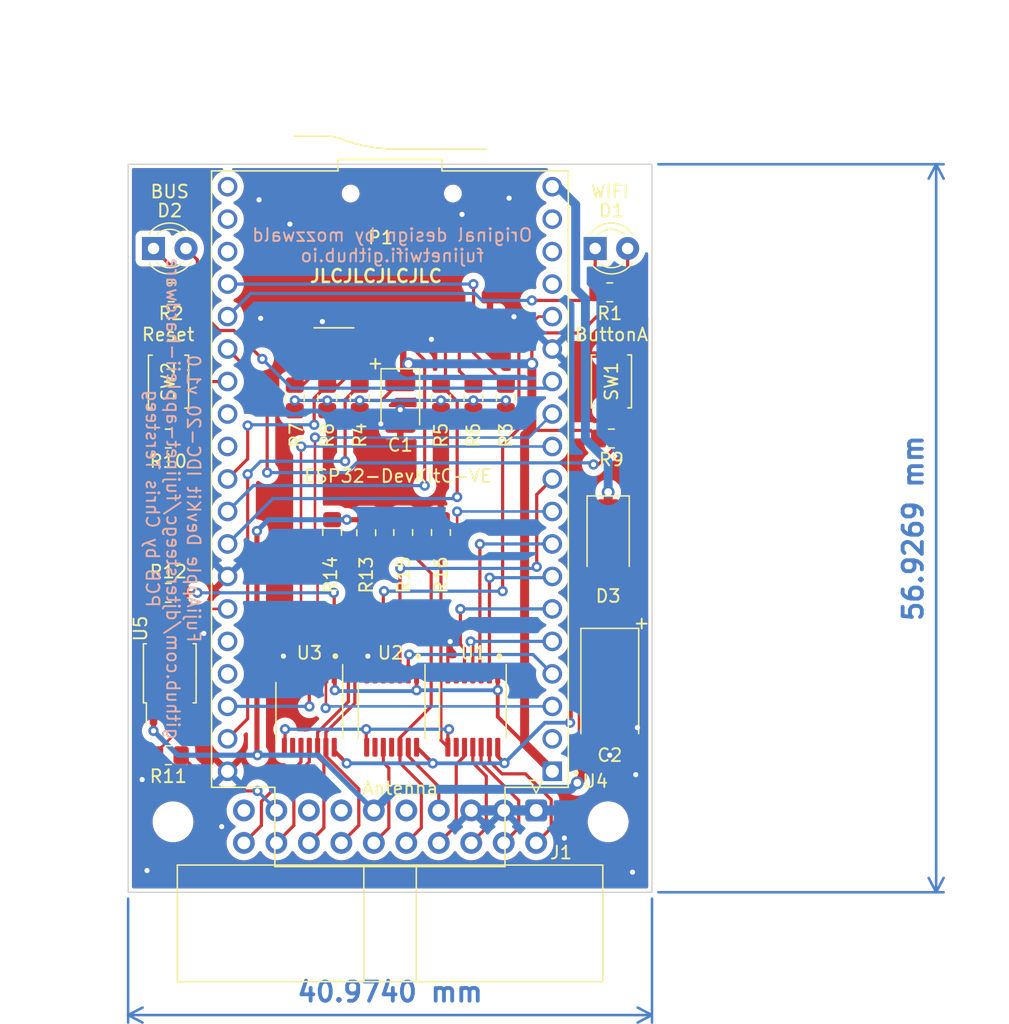
<source format=kicad_pcb>
(kicad_pcb (version 20221018) (generator pcbnew)
  (title_block (title "FujiApple DevKit IDC-20") (date "2024-01-05") (rev "1.0") (company "Chris Tersteeg"))
  (layers (0 "F.Cu" signal) (31 "B.Cu" signal) (34 "B.Paste" user) (35 "F.Paste" user) (36 "B.SilkS" user "B.Silkscreen") (37 "F.SilkS" user "F.Silkscreen") (38 "B.Mask" user) (39 "F.Mask" user) (44 "Edge.Cuts" user))
  (net 0 "")
  (net 1 "Net-(D1-K)")
  (net 2 "GND")
  (net 3 "Net-(D2-K)")
  (net 4 "Net-(P1-DAT2)")
  (net 5 "+5V")
  (net 6 "/IO5{slash}SPI_CS")
  (net 7 "/IO23{slash}SPI_MOSI")
  (net 8 "/IO12{slash}BUS_LED")
  (net 9 "/IO18{slash}SPI_CLK")
  (net 10 "/IO19{slash}SPI_MISO")
  (net 11 "+3.3V")
  (net 12 "Net-(P1-DAT1)")
  (net 13 "/A2_EN3.5")
  (net 14 "/DRIVE2")
  (net 15 "/A2_WPROT")
  (net 16 "/A2_PH0")
  (net 17 "/IO0")
  (net 18 "/A2_PH1")
  (net 19 "/A2_PH2")
  (net 20 "/A2_PH3")
  (net 21 "/A2_WREQ")
  (net 23 "/A2_HDSEL")
  (net 25 "/A2_DRIVE1")
  (net 33 "/A2_RD_DATA")
  (net 34 "/A2_WR_DATA")
  (net 35 "/IO15{slash}CD")
  (net 36 "/IO2{slash}WIFI_LED")
  (net 37 "/IO4{slash}SAFE_RESET")
  (net 38 "/IO21{slash}DRV2")
  (net 39 "/IO25{slash}BUF_EN")
  (net 40 "/IO32{slash}PH0{slash}REQ")
  (net 41 "/IO33{slash}PH1")
  (net 42 "/IO34{slash}PH2")
  (net 43 "/IO35{slash}PH3")
  (net 52 "/IO39{slash}EN3.5")
  (net 55 "/IO26{slash}WREQ")
  (net 56 "/IO13{slash}HDSEL")
  (net 57 "/IO36{slash}DRIVE1")
  (net 58 "/IO14{slash}RDDATA")
  (net 59 "/IO22{slash}WRDATA")
  (net 60 "/IO27{slash}WRPROT{slash}ACK")
  (net 61 "Net-(R11-Pad2)")
  (net 62 "/A2_5V")
  (footprint "Resistor_SMD:R_0805_2012Metric_Pad1.20x1.40mm_HandSolder" (layer "F.Cu") (at 137.43 109.22)
    (fp_text reference "R12")
    (fp_text value "10K")
  )
  (footprint "Diode_SMD:D_SMA" (layer "F.Cu") (at 171.831 105.156 -90)
    (fp_text reference "D3")
    (fp_text value "B140-E3")
  )
  (footprint "Capacitor_Tantalum_SMD:CP_EIA-3528-15_AVX-H_Pad1.50x2.35mm_HandSolder" (layer "F.Cu") (at 155.575 94.335 -90)
    (fp_text reference "C1")
    (fp_text value "47uF 10v")
  )
  (footprint "Resistor_SMD:R_0805_2012Metric_Pad1.20x1.40mm_HandSolder" (layer "F.Cu") (at 152.4 93.98 -90)
    (fp_text reference "R4")
    (fp_text value "10K")
  )
  (footprint "Resistor_SMD:R_0805_2012Metric_Pad1.20x1.40mm_HandSolder" (layer "F.Cu") (at 137.652 85.725 180)
    (fp_text reference "R2")
    (fp_text value "1.2K")
  )
  (footprint "Package_SO:TSSOP-14_4.4x5mm_P0.65mm" (layer "F.Cu") (at 148.455001 118.435001 -90)
    (fp_text reference "U3")
    (fp_text value "LSF0204DPWR")
  )
  (footprint "Resistor_SMD:R_0805_2012Metric_Pad1.20x1.40mm_HandSolder" (layer "F.Cu") (at 137.43 121.92 180)
    (fp_text reference "R11")
    (fp_text value "270R")
  )
  (footprint "Package_SO:TSSOP-14_4.4x5mm_P0.65mm" (layer "F.Cu") (at 154.895001 118.435001 -90)
    (fp_text reference "U2")
    (fp_text value "LSF0204DPWR")
  )
  (footprint "Resistor_SMD:R_0805_2012Metric_Pad1.20x1.40mm_HandSolder" (layer "F.Cu") (at 147.32 93.98 -90)
    (fp_text reference "R7")
    (fp_text value "10K")
  )
  (footprint "Resistor_SMD:R_0805_2012Metric_Pad1.20x1.40mm_HandSolder" (layer "F.Cu") (at 172.085 97.155 180)
    (fp_text reference "R9")
    (fp_text value "10K")
  )
  (footprint "Resistor_SMD:R_0805_2012Metric_Pad1.20x1.40mm_HandSolder" (layer "F.Cu") (at 158.75 93.98 -90)
    (fp_text reference "R5")
    (fp_text value "10K")
  )
  (footprint "Resistor_SMD:R_0805_2012Metric_Pad1.20x1.40mm_HandSolder" (layer "F.Cu") (at 137.43 97.155)
    (fp_text reference "R10")
    (fp_text value "10K")
  )
  (footprint "Resistor_SMD:R_0805_2012Metric_Pad1.20x1.40mm_HandSolder" (layer "F.Cu") (at 155.8 104.505 90)
    (fp_text reference "R15")
    (fp_text value "1K")
  )
  (footprint "Resistor_SMD:R_0805_2012Metric_Pad1.20x1.40mm_HandSolder" (layer "F.Cu") (at 149.86 93.98 -90)
    (fp_text reference "R8")
    (fp_text value "10K")
  )
  (footprint "ESP32-DEVKITC-32U:MODULE_ESP32-DEVKITC-32U" (layer "F.Cu") (at 154.7622 100.33 180)
    (fp_text reference "U4")
    (fp_text value "ESP32-DevKitC-VE")
  )
  (footprint "Package_SO:TSSOP-14_4.4x5mm_P0.65mm" (layer "F.Cu") (at 161.245001 118.435001 -90)
    (fp_text reference "U1")
    (fp_text value "LSF0204DPWR")
  )
  (footprint "MountingHole:MountingHole_2.7mm_M2.5" (layer "F.Cu") (at 171.831 127.127)
    (fp_text reference "H2" hide)
    (fp_text value "MountingHole")
  )
  (footprint "Resistor_SMD:R_0805_2012Metric_Pad1.20x1.40mm_HandSolder" (layer "F.Cu") (at 158.75 104.505 90)
    (fp_text reference "R16")
    (fp_text value "10K")
  )
  (footprint "Capacitor_Tantalum_SMD:CP_EIA-7343-30_AVX-N_Pad2.25x2.55mm_HandSolder" (layer "F.Cu") (at 171.958 116.586 -90)
    (fp_text reference "C2")
    (fp_text value "47uF 10v")
  )
  (footprint "Resistor_SMD:R_0805_2012Metric_Pad1.20x1.40mm_HandSolder" (layer "F.Cu") (at 152.908 104.521 90)
    (fp_text reference "R13")
    (fp_text value "1K")
  )
  (footprint "Connector_IDC:IDC-Header_2x10_P2.54mm_Horizontal" (layer "F.Cu") (at 166.203 126.238 -90)
    (fp_text reference "J1")
    (fp_text value "Conn_02x10_Odd_Even")
  )
  (footprint "MountingHole:MountingHole_2.7mm_M2.5" (layer "F.Cu") (at 137.795 127.127)
    (fp_text reference "H1" hide)
    (fp_text value "MountingHole")
  )
  (footprint "Button_Switch_SMD:SW_Push_SPST_NO_Alps_SKRK" (layer "F.Cu") (at 137.4454 92.71 90)
    (fp_text reference "SW2")
    (fp_text value "Reset")
  )
  (footprint "Resistor_SMD:R_0805_2012Metric_Pad1.20x1.40mm_HandSolder" (layer "F.Cu") (at 161.29 93.98 -90)
    (fp_text reference "R6")
    (fp_text value "10K")
  )
  (footprint "Resistor_SMD:R_0805_2012Metric_Pad1.20x1.40mm_HandSolder" (layer "F.Cu") (at 171.958 85.725 180)
    (fp_text reference "R1")
    (fp_text value "1K")
  )
  (footprint "Resistor_SMD:R_0805_2012Metric_Pad1.20x1.40mm_HandSolder" (layer "F.Cu") (at 163.83 93.98 -90)
    (fp_text reference "R3")
    (fp_text value "10K")
  )
  (footprint "Button_Switch_SMD:SW_Push_SPST_NO_Alps_SKRK" (layer "F.Cu") (at 172.085 92.6906 90)
    (fp_text reference "SW1")
    (fp_text value "ButtonA")
  )
  (footprint "Package_SO:SO-4_4.4x3.9mm_P2.54mm" (layer "F.Cu") (at 137.541 115.518 90)
    (fp_text reference "U5")
    (fp_text value "SFH690AT")
  )
  (footprint "LED_THT:LED_D3.0mm" (layer "F.Cu") (at 170.815 82.296)
    (fp_text reference "D1")
    (fp_text value "WIFI")
  )
  (footprint "ST-TF-003A:SUNTECH_ST-TF-003A" (layer "F.Cu") (at 156.0068 83.17 180)
    (fp_text reference "P1")
    (fp_text value "ST-TF-003A")
  )
  (footprint "Resistor_SMD:R_0805_2012Metric_Pad1.20x1.40mm_HandSolder" (layer "F.Cu") (at 150.241 104.505 90)
    (fp_text reference "R14")
    (fp_text value "1K")
  )
  (footprint "LED_THT:LED_D3.0mm" (layer "F.Cu") (at 136.271 82.296)
    (fp_text reference "D2")
    (fp_text value "BUS")
  )
  (gr_circle (center 163.322 114.173) (end 163.472 114.173) (stroke (width 0.15)) (fill solid) (layer "F.SilkS"))
  (gr_circle (center 156.972 114.173) (end 157.122 114.173) (stroke (width 0.15)) (fill solid) (layer "F.SilkS"))
  (gr_circle (center 150.495 114.173) (end 150.645 114.173) (stroke (width 0.15)) (fill solid) (layer "F.SilkS"))
  (gr_rect (start 134.286 75.7102) (end 175.26 132.6371) (stroke (width 0.1)) (fill none) (layer "Edge.Cuts"))
  (gr_text "FujiApple DevKit IDC-20 v1.0\ngithub.com/djtersteegc/fujinet-appleii-hardware\nPCB by Chris Tersteeg" (at 137.795 101.854 270) (layer "B.SilkS") (effects (font (size 1 1)) (justify mirror)))
  (gr_text "Original design by mozzwald\nfujinetwifi.github.io" (at 154.94 83.439) (layer "B.SilkS") (effects (font (size 1 1)) (justify bottom mirror)))
  (gr_text "+" (at 152.908 91.821) (layer "F.SilkS") (effects (font (size 1 1)) (justify left bottom)))
  (gr_text "JLCJLCJLCJLC" (at 153.67 84.455) (layer "F.SilkS") (effects (font (size 1 1) (thickness 0.2))))
  (gr_text "+" (at 173.736 112.141) (layer "F.SilkS") (effects (font (size 1 1)) (justify left bottom)))
  (gr_text "Antenna" (at 152.527 125.095) (layer "F.SilkS") (effects (font (size 1 1)) (justify left bottom)))
  (dimension (type aligned) (layer "B.Cu") (pts (xy 175.26 75.7102) (xy 175.26 132.6371)) (height -22.225) (gr_text "56.9269 mm" (at 195.685 104.17365 90) (layer "B.Cu") (effects (font (size 1.5 1.5) (thickness 0.3)))) (format (prefix "") (suffix "") (units 3) (units_format 1) (precision 4)) (style (thickness 0.2) (arrow_length 1.27) (text_position_mode 0) (extension_height 0.58642) (extension_offset 0.5) keep_text_aligned))
  (dimension (type aligned) (layer "B.Cu") (pts (xy 134.286 132.6371) (xy 175.26 132.6371)) (height 9.6029) (gr_text "40.9740 mm" (at 154.773 140.44) (layer "B.Cu") (effects (font (size 1.5 1.5) (thickness 0.3)))) (format (prefix "") (suffix "") (units 3) (units_format 1) (precision 4)) (style (thickness 0.2) (arrow_length 1.27) (text_position_mode 0) (extension_height 0.58642) (extension_offset 0.5) keep_text_aligned))
  (segment (start 170.815 83.836) (end 172.704 85.725) (width 0.25) (layer "F.Cu") (net 1))
  (segment (start 170.815 82.296) (end 170.815 83.836) (width 0.25) (layer "F.Cu") (net 1))
  (segment (start 172.704 85.725) (end 172.958 85.725) (width 0.25) (layer "F.Cu") (net 1))
  (segment (start 159.295002 113.209498) (end 159.4745 113.03) (width 0.25) (layer "F.Cu") (net 2))
  (segment (start 152.945002 114.262998) (end 153.035 114.173) (width 0.25) (layer "F.Cu") (net 2))
  (segment (start 155.575 94.904) (end 155.575 95.96) (width 0.5) (layer "F.Cu") (net 2))
  (segment (start 146.505002 115.585002) (end 146.505002 114.247002) (width 0.25) (layer "F.Cu") (net 2))
  (segment (start 152.945002 115.585002) (end 152.945002 114.262998) (width 0.25) (layer "F.Cu") (net 2))
  (segment (start 146.505002 114.247002) (end 146.431 114.173) (width 0.25) (layer "F.Cu") (net 2))
  (segment (start 159.295002 115.585002) (end 159.295002 113.209498) (width 0.25) (layer "F.Cu") (net 2))
  (segment (start 154.051 96.012) (end 155.523 96.012) (width 0.5) (layer "F.Cu") (net 2))
  (segment (start 158.003 89.4) (end 158.003 88.7162) (width 0.5) (layer "F.Cu") (net 2))
  (via (at 168.402 128.397) (size 0.8) (drill 0.4) (layers "F.Cu" "B.Cu") (net 2))
  (via (at 140.208 112.395) (size 0.8) (drill 0.4) (layers "F.Cu" "B.Cu") (net 2))
  (via (at 153.035 114.173) (size 0.8) (drill 0.4) (layers "F.Cu" "B.Cu") (net 2))
  (via (at 160.401 79.629) (size 0.8) (drill 0.4) (layers "F.Cu" "B.Cu") (net 2))
  (via (at 135.763 130.937) (size 0.8) (drill 0.4) (layers "F.Cu" "B.Cu") (net 2))
  (via (at 144.526 78.486) (size 0.8) (drill 0.4) (layers "F.Cu" "B.Cu") (net 2))
  (via (at 164.084 78.359) (size 0.8) (drill 0.4) (layers "F.Cu" "B.Cu") (net 2))
  (via (at 173.736 131.064) (size 0.8) (drill 0.4) (layers "F.Cu" "B.Cu") (net 2))
  (via (at 159.4745 113.03) (size 0.8) (drill 0.4) (layers "F.Cu" "B.Cu") (net 2))
  (via (at 158.003 89.4) (size 0.8) (drill 0.4) (layers "F.Cu" "B.Cu") (net 2))
  (via (at 144.653 87.757) (size 0.8) (drill 0.4) (layers "F.Cu" "B.Cu") (net 2))
  (via (at 171.958 121.92) (size 0.8) (drill 0.4) (layers "F.Cu" "B.Cu") (net 2))
  (via (at 164.465 87.63) (size 0.8) (drill 0.4) (layers "F.Cu" "B.Cu") (net 2))
  (via (at 141.605 127.508) (size 0.8) (drill 0.4) (layers "F.Cu" "B.Cu") (net 2))
  (via (at 174.117 119.761) (size 0.8) (drill 0.4) (layers "F.Cu" "B.Cu") (net 2))
  (via (at 146.431 114.173) (size 0.8) (drill 0.4) (layers "F.Cu" "B.Cu") (net 2))
  (via (at 149.479 88.011) (size 0.8) (drill 0.4) (layers "F.Cu" "B.Cu") (net 2))
  (via (at 146.939 80.391) (size 0.8) (drill 0.4) (layers "F.Cu" "B.Cu") (net 2))
  (via (at 154.051 96.012) (size 0.8) (drill 0.4) (layers "F.Cu" "B.Cu") (net 2))
  (via (at 173.99 123.444) (size 0.8) (drill 0.4) (layers "F.Cu" "B.Cu") (net 2))
  (via (at 155.575 94.904) (size 0.8) (drill 0.4) (layers "F.Cu" "B.Cu") (net 2))
  (via (at 135.382 123.825) (size 0.8) (drill 0.4) (layers "F.Cu" "B.Cu") (net 2))
  (segment (start 166.203 126.238) (end 168.148 126.238) (width 0.8) (layer "B.Cu") (net 2))
  (segment (start 161.123 126.238) (end 163.663 126.238) (width 0.8) (layer "B.Cu") (net 2))
  (segment (start 163.663 126.238) (end 166.203 126.238) (width 0.8) (layer "B.Cu") (net 2))
  (segment (start 138.652 85.725) (end 138.652 84.677) (width 0.25) (layer "F.Cu") (net 3))
  (segment (start 138.652 84.677) (end 136.271 82.296) (width 0.25) (layer "F.Cu") (net 3))
  (segment (start 147.32 92.98) (end 147.939 92.98) (width 0.25) (layer "F.Cu") (net 4))
  (segment (start 152.219 88.7) (end 152.4868 88.7) (width 0.25) (layer "F.Cu") (net 4))
  (segment (start 147.939 92.98) (end 152.219 88.7) (width 0.25) (layer "F.Cu") (net 4))
  (segment (start 168.91 115.14434) (end 169.799 114.25534) (width 0.3) (layer "F.Cu") (net 5))
  (segment (start 171.831 101.346) (end 171.831 103.156) (width 0.7) (layer "F.Cu") (net 5))
  (segment (start 151.384 122.555) (end 150.405002 121.576002) (width 0.3) (layer "F.Cu") (net 5))
  (segment (start 156.894501 121.334501) (end 156.894501 121.334499) (width 0.3) (layer "F.Cu") (net 5))
  (segment (start 168.8495 119.38) (end 168.91 119.3195) (width 0.3) (layer "F.Cu") (net 5))
  (segment (start 163.195002 122.012884) (end 163.195002 121.285) (width 0.3) (layer "F.Cu") (net 5))
  (segment (start 150.405002 121.576002) (end 150.405002 121.285) (width 0.3) (layer "F.Cu") (net 5))
  (segment (start 158.115 122.555) (end 156.894501 121.334501) (width 0.3) (layer "F.Cu") (net 5))
  (segment (start 163.720059 122.537941) (end 163.195002 122.012884) (width 0.3) (layer "F.Cu") (net 5))
  (segment (start 169.799 114.25534) (end 169.799 105.188) (width 0.3) (layer "F.Cu") (net 5))
  (segment (start 168.91 119.3195) (end 168.91 115.14434) (width 0.3) (layer "F.Cu") (net 5))
  (segment (start 169.799 105.188) (end 171.831 103.156) (width 0.3) (layer "F.Cu") (net 5))
  (via (at 163.720059 122.537941) (size 0.8) (drill 0.4) (layers "F.Cu" "B.Cu") (net 5))
  (via (at 171.831 101.346) (size 1) (drill 0.6) (layers "F.Cu" "B.Cu") (net 5))
  (via (at 151.384 122.555) (size 0.8) (drill 0.4) (layers "F.Cu" "B.Cu") (net 5))
  (via (at 158.115 122.555) (size 0.8) (drill 0.4) (layers "F.Cu" "B.Cu") (net 5))
  (via (at 168.8495 119.38) (size 0.8) (drill 0.4) (layers "F.Cu" "B.Cu") (net 5))
  (segment (start 169.291 78.867) (end 169.291 85.471) (width 0.7) (layer "B.Cu") (net 5))
  (segment (start 167.884 77.46) (end 169.291 78.867) (width 0.7) (layer "B.Cu") (net 5))
  (segment (start 171.831 98.986497) (end 171.831 101.346) (width 0.7) (layer "B.Cu") (net 5))
  (segment (start 170.053 97.208497) (end 171.831 98.986497) (width 0.7) (layer "B.Cu") (net 5))
  (segment (start 158.115 122.555) (end 163.703 122.555) (width 0.3) (layer "B.Cu") (net 5))
  (segment (start 170.053 86.233) (end 170.053 97.208497) (width 0.7) (layer "B.Cu") (net 5))
  (segment (start 167.4622 77.46) (end 167.884 77.46) (width 0.7) (layer "B.Cu") (net 5))
  (segment (start 151.384 122.555) (end 158.115 122.555) (width 0.3) (layer "B.Cu") (net 5))
  (segment (start 169.291 85.471) (end 170.053 86.233) (width 0.7) (layer "B.Cu") (net 5))
  (segment (start 163.703 122.555) (end 163.720059 122.537941) (width 0.3) (layer "B.Cu") (net 5))
  (segment (start 166.878 119.38) (end 163.720059 122.537941) (width 0.3) (layer "B.Cu") (net 5))
  (segment (start 168.8495 119.38) (end 166.878 119.38) (width 0.3) (layer "B.Cu") (net 5))
  (segment (start 148.835 94.005) (end 148.835 96.077105) (width 0.25) (layer "F.Cu") (net 6))
  (segment (start 143.637 96.139) (end 143.637 98.7452) (width 0.25) (layer "F.Cu") (net 6))
  (segment (start 143.637 98.7452) (end 142.0622 100.32) (width 0.25) (layer "F.Cu") (net 6))
  (segment (start 148.835 96.077105) (end 148.840655 96.08276) (width 0.25) (layer "F.Cu") (net 6))
  (segment (start 153.5868 90.1162) (end 153.5868 88.7) (width 0.25) (layer "F.Cu") (net 6))
  (segment (start 149.86 92.98) (end 148.835 94.005) (width 0.25) (layer "F.Cu") (net 6))
  (segment (start 150.723 92.98) (end 153.5868 90.1162) (width 0.25) (layer "F.Cu") (net 6))
  (segment (start 149.86 92.98) (end 150.723 92.98) (width 0.25) (layer "F.Cu") (net 6))
  (via (at 143.637 96.139) (size 0.8) (drill 0.4) (layers "F.Cu" "B.Cu") (net 6))
  (via (at 148.840655 96.08276) (size 0.8) (drill 0.4) (layers "F.Cu" "B.Cu") (net 6))
  (segment (start 148.840655 96.08276) (end 143.69324 96.08276) (width 0.25) (layer "B.Cu") (net 6))
  (segment (start 143.69324 96.08276) (end 143.637 96.139) (width 0.25) (layer "B.Cu") (net 6))
  (segment (start 154.6868 90.6932) (end 154.6868 88.7) (width 0.25) (layer "F.Cu") (net 7))
  (segment (start 152.4 92.98) (end 154.6868 90.6932) (width 0.25) (layer "F.Cu") (net 7))
  (segment (start 152.4 92.98) (end 151.257 94.123) (width 0.25) (layer "F.Cu") (net 7))
  (segment (start 143.637 99.949) (end 143.637 119.0652) (width 0.25) (layer "F.Cu") (net 7))
  (segment (start 143.637 119.0652) (end 142.0622 120.64) (width 0.25) (layer "F.Cu") (net 7))
  (segment (start 151.257 94.123) (end 151.257 98.933) (width 0.25) (layer "F.Cu") (net 7))
  (via (at 143.637 99.949) (size 0.8) (drill 0.4) (layers "F.Cu" "B.Cu") (net 7))
  (via (at 151.257 98.933) (size 0.8) (drill 0.4) (layers "F.Cu" "B.Cu") (net 7))
  (segment (start 151.257 98.933) (end 144.653 98.933) (width 0.25) (layer "B.Cu") (net 7))
  (segment (start 144.653 98.933) (end 143.637 99.949) (width 0.25) (layer "B.Cu") (net 7))
  (segment (start 142.558 88.71) (end 141.415 88.71) (width 0.25) (layer "F.Cu") (net 8))
  (segment (start 144.78 90.932) (end 142.558 88.71) (width 0.25) (layer "F.Cu") (net 8))
  (segment (start 139.7 86.995) (end 139.7 83.185) (width 0.25) (layer "F.Cu") (net 8))
  (segment (start 141.415 88.71) (end 139.7 86.995) (width 0.25) (layer "F.Cu") (net 8))
  (segment (start 139.7 83.185) (end 138.811 82.296) (width 0.25) (layer "F.Cu") (net 8))
  (via (at 144.78 90.932) (size 0.8) (drill 0.4) (layers "F.Cu" "B.Cu") (net 8))
  (segment (start 167.4622 92.7) (end 166.9442 93.218) (width 0.25) (layer "B.Cu") (net 8))
  (segment (start 166.9442 93.218) (end 147.066 93.218) (width 0.25) (layer "B.Cu") (net 8))
  (segment (start 147.066 93.218) (end 144.78 90.932) (width 0.25) (layer "B.Cu") (net 8))
  (segment (start 156.8868 90.4338) (end 157.48 91.027) (width 0.25) (layer "F.Cu") (net 9))
  (segment (start 157.48 91.027) (end 157.48 100.838) (width 0.25) (layer "F.Cu") (net 9))
  (segment (start 156.8868 88.7) (end 156.8868 90.4338) (width 0.25) (layer "F.Cu") (net 9))
  (via (at 157.48 100.838) (size 0.8) (drill 0.4) (layers "F.Cu" "B.Cu") (net 9))
  (segment (start 157.48 100.838) (end 144.0842 100.838) (width 0.25) (layer "B.Cu") (net 9))
  (segment (start 144.0842 100.838) (end 142.0622 102.86) (width 0.25) (layer "B.Cu") (net 9))
  (segment (start 160.02 101.727) (end 160.02 94.25) (width 0.25) (layer "F.Cu") (net 10))
  (segment (start 159.103 92.627) (end 159.103 88.7162) (width 0.25) (layer "F.Cu") (net 10))
  (segment (start 160.02 94.25) (end 158.75 92.98) (width 0.25) (layer "F.Cu") (net 10))
  (via (at 160.02 101.727) (size 0.8) (drill 0.4) (layers "F.Cu" "B.Cu") (net 10))
  (segment (start 159.893 101.854) (end 145.6082 101.854) (width 0.25) (layer "B.Cu") (net 10))
  (segment (start 160.02 101.727) (end 159.893 101.854) (width 0.25) (layer "B.Cu") (net 10))
  (segment (start 145.6082 101.854) (end 142.0622 105.4) (width 0.25) (layer "B.Cu") (net 10))
  (segment (start 156.21 92.075) (end 155.575 92.71) (width 0.7) (layer "F.Cu") (net 11))
  (segment (start 165.862 96.331594) (end 166.050406 96.52) (width 0.25) (layer "F.Cu") (net 11))
  (segment (start 174.244 87.249) (end 174.244 84.963) (width 0.25) (layer "F.Cu") (net 11))
  (segment (start 169.6571 88.9) (end 170.9271 87.63) (width 0.25) (layer "F.Cu") (net 11))
  (segment (start 156.845 116.84) (end 156.845002 116.839998) (width 0.3) (layer "F.Cu") (net 11))
  (segment (start 173.355 84.074) (end 173.355 82.296) (width 0.25) (layer "F.Cu") (net 11))
  (segment (start 170.45 96.52) (end 171.085 97.155) (width 0.25) (layer "F.Cu") (net 11))
  (segment (start 163.83 94.1795) (end 163.83 94.98) (width 0.25) (layer "F.Cu") (net 11))
  (segment (start 165.862 89.662) (end 166.624 88.9) (width 0.25) (layer "F.Cu") (net 11))
  (segment (start 163.195 118.9128) (end 163.195 116.84) (width 0.3) (layer "F.Cu") (net 11))
  (segment (start 166.050406 96.52) (end 170.45 96.52) (width 0.25) (layer "F.Cu") (net 11))
  (segment (start 163.195002 116.839998) (end 163.195 116.84) (width 0.3) (layer "F.Cu") (net 11))
  (segment (start 154.1055 94.1795) (end 155.575 92.71) (width 0.25) (layer "F.Cu") (net 11))
  (segment (start 150.405002 109.257002) (end 150.405002 115.585002) (width 0.25) (layer "F.Cu") (net 11))
  (segment (start 166.624 88.9) (end 169.6571 88.9) (width 0.25) (layer "F.Cu") (net 11))
  (segment (start 167.4622 123.18) (end 165.293 121.0108) (width 0.7) (layer "F.Cu") (net 11))
  (segment (start 150.368 109.22) (end 150.405002 109.257002) (width 0.25) (layer "F.Cu") (net 11))
  (segment (start 173.863 87.63) (end 174.244 87.249) (width 0.25) (layer "F.Cu") (net 11))
  (segment (start 149.86 94.1795) (end 149.86 94.98) (width 0.25) (layer "F.Cu") (net 11))
  (segment (start 138.43 109.22) (end 139.7 109.22) (width 0.25) (layer "F.Cu") (net 11))
  (segment (start 147.32 94.98) (end 147.32 94.1795) (width 0.25) (layer "F.Cu") (net 11))
  (segment (start 165.862 91.313) (end 165.862 89.662) (width 0.25) (layer "F.Cu") (net 11))
  (segment (start 155.803 88.7162) (end 155.803 92.482) (width 0.5) (layer "F.Cu") (net 11))
  (segment (start 174.244 84.963) (end 173.355 84.074) (width 0.25) (layer "F.Cu") (net 11))
  (segment (start 156.21 91.313) (end 156.21 92.075) (width 0.7) (layer "F.Cu") (net 11))
  (segment (start 152.4 94.1795) (end 154.1055 94.1795) (width 0.25) (layer "F.Cu") (net 11))
  (segment (start 156.845002 116.839998) (end 156.845002 115.585002) (width 0.3) (layer "F.Cu") (net 11))
  (segment (start 158.75 94.1795) (end 158.75 94.98) (width 0.25) (layer "F.Cu") (net 11))
  (segment (start 161.29 94.1795) (end 161.29 94.98) (width 0.25) (layer "F.Cu") (net 11))
  (segment (start 170.9271 87.63) (end 173.863 87.63) (width 0.25) (layer "F.Cu") (net 11))
  (segment (start 150.454501 116.84) (end 150.454501 115.634501) (width 0.3) (layer "F.Cu") (net 11))
  (segment (start 138.43 109.22) (end 138.43 97.155) (width 0.25) (layer "F.Cu") (net 11))
  (segment (start 165.293 96.900594) (end 165.862 96.331594) (width 0.7) (layer "F.Cu") (net 11))
  (segment (start 165.862 96.331594) (end 165.862 91.313) (width 0.7) (layer "F.Cu") (net 11))
  (segment (start 163.195002 115.585002) (end 163.195002 116.839998) (width 0.3) (layer "F.Cu") (net 11))
  (segment (start 167.4622 123.18) (end 163.195 118.9128) (width 0.3) (layer "F.Cu") (net 11))
  (segment (start 165.293 121.0108) (end 165.293 96.900594) (width 0.7) (layer "F.Cu") (net 11))
  (segment (start 152.4 94.1795) (end 152.4 94.98) (width 0.25) (layer "F.Cu") (net 11))
  (via (at 161.29 94.1795) (size 0.8) (drill 0.4) (layers "F.Cu" "B.Cu") (net 11))
  (via (at 152.4 94.1795) (size 0.8) (drill 0.4) (layers "F.Cu" "B.Cu") (net 11))
  (via (at 163.83 94.1795) (size 0.8) (drill 0.4) (layers "F.Cu" "B.Cu") (net 11))
  (via (at 139.7 109.22) (size 0.8) (drill 0.4) (layers "F.Cu" "B.Cu") (net 11))
  (via (at 147.32 94.1795) (size 0.8) (drill 0.4) (layers "F.Cu" "B.Cu") (net 11))
  (via (at 165.862 91.313) (size 1) (drill 0.6) (layers "F.Cu" "B.Cu") (net 11))
  (via (at 163.195 116.84) (size 0.8) (drill 0.4) (layers "F.Cu" "B.Cu") (net 11))
  (via (at 156.845 116.84) (size 0.8) (drill 0.4) (layers "F.Cu" "B.Cu") (net 11))
  (via (at 150.454501 116.84) (size 0.8) (drill 0.4) (layers "F.Cu" "B.Cu") (net 11))
  (via (at 150.368 109.22) (size 0.8) (drill 0.4) (layers "F.Cu" "B.Cu") (net 11))
  (via (at 158.75 94.1795) (size 0.8) (drill 0.4) (layers "F.Cu" "B.Cu") (net 11))
  (via (at 156.21 91.313) (size 1) (drill 0.6) (layers "F.Cu" "B.Cu") (net 11))
  (via (at 149.86 94.1795) (size 0.8) (drill 0.4) (layers "F.Cu" "B.Cu") (net 11))
  (segment (start 139.7 109.22) (end 150.368 109.22) (width 0.25) (layer "B.Cu") (net 11))
  (segment (start 152.4 94.1795) (end 158.75 94.1795) (width 0.25) (layer "B.Cu") (net 11))
  (segment (start 158.75 94.1795) (end 161.29 94.1795) (width 0.25) (layer "B.Cu") (net 11))
  (segment (start 161.29 94.1795) (end 163.83 94.1795) (width 0.25) (layer "B.Cu") (net 11))
  (segment (start 147.32 94.1795) (end 149.86 94.1795) (width 0.25) (layer "B.Cu") (net 11))
  (segment (start 149.86 94.1795) (end 152.4 94.1795) (width 0.25) (layer "B.Cu") (net 11))
  (segment (start 156.778049 116.906951) (end 156.845 116.84) (width 0.3) (layer "B.Cu") (net 11))
  (segment (start 165.862 91.313) (end 156.21 91.313) (width 0.7) (layer "B.Cu") (net 11))
  (segment (start 150.454501 116.84) (end 150.521452 116.906951) (width 0.3) (layer "B.Cu") (net 11))
  (segment (start 150.521452 116.906951) (end 156.778049 116.906951) (width 0.3) (layer "B.Cu") (net 11))
  (segment (start 156.845 116.84) (end 163.195 116.84) (width 0.3) (layer "B.Cu") (net 11))
  (segment (start 160.1868 91.8768) (end 160.1868 88.7) (width 0.25) (layer "F.Cu") (net 12))
  (segment (start 161.29 92.98) (end 160.1868 91.8768) (width 0.25) (layer "F.Cu") (net 12))
  (segment (start 158.583 126.238) (end 158.583 124.376812) (width 0.25) (layer "F.Cu") (net 13))
  (segment (start 156.195001 121.988813) (end 156.195001 121.297501) (width 0.25) (layer "F.Cu") (net 13))
  (segment (start 158.583 124.376812) (end 156.195001 121.988813) (width 0.25) (layer "F.Cu") (net 13))
  (segment (start 144.399 124.714) (end 141.224 124.714) (width 0.25) (layer "F.Cu") (net 14))
  (segment (start 141.224 124.714) (end 138.43 121.92) (width 0.25) (layer "F.Cu") (net 14))
  (via (at 144.399 124.714) (size 0.8) (drill 0.4) (layers "F.Cu" "B.Cu") (net 14))
  (segment (start 145.883 126.238) (end 145.883 126.198) (width 0.25) (layer "B.Cu") (net 14))
  (segment (start 145.883 126.198) (end 144.399 124.714) (width 0.25) (layer "B.Cu") (net 14))
  (segment (start 143.343 128.778) (end 144.708 127.413) (width 0.25) (layer "F.Cu") (net 15))
  (segment (start 144.708 125.548) (end 147.805001 122.450999) (width 0.25) (layer "F.Cu") (net 15))
  (segment (start 147.805002 121.98175) (end 147.805002 121.285) (width 0.2) (layer "F.Cu") (net 15))
  (segment (start 144.708 127.413) (end 144.708 125.548) (width 0.25) (layer "F.Cu") (net 15))
  (segment (start 147.805001 122.450999) (end 147.805001 121.297501) (width 0.25) (layer "F.Cu") (net 15))
  (segment (start 162.545001 122.388188) (end 162.545001 121.297501) (width 0.25) (layer "F.Cu") (net 16))
  (segment (start 165.364204 123.379104) (end 163.535917 123.379104) (width 0.25) (layer "F.Cu") (net 16))
  (segment (start 163.535917 123.379104) (end 162.545001 122.388188) (width 0.25) (layer "F.Cu") (net 16))
  (segment (start 167.378 127.603) (end 167.378 125.3929) (width 0.25) (layer "F.Cu") (net 16))
  (segment (start 166.203 128.778) (end 167.378 127.603) (width 0.25) (layer "F.Cu") (net 16))
  (segment (start 167.378 125.3929) (end 165.364204 123.379104) (width 0.25) (layer "F.Cu") (net 16))
  (segment (start 171.053 99.187) (end 173.085 97.155) (width 0.25) (layer "F.Cu") (net 17))
  (segment (start 145.161 99.822) (end 145.161 93.2588) (width 0.25) (layer "F.Cu") (net 17))
  (segment (start 173.085 95.7906) (end 172.085 94.7906) (width 0.25) (layer "F.Cu") (net 17))
  (segment (start 170.688 99.187) (end 171.053 99.187) (width 0.25) (layer "F.Cu") (net 17))
  (segment (start 145.161 93.2588) (end 142.0622 90.16) (width 0.25) (layer "F.Cu") (net 17))
  (segment (start 173.085 97.155) (end 173.085 95.7906) (width 0.25) (layer "F.Cu") (net 17))
  (via (at 170.688 99.187) (size 0.8) (drill 0.4) (layers "F.Cu" "B.Cu") (net 17))
  (via (at 145.161 99.822) (size 0.8) (drill 0.4) (layers "F.Cu" "B.Cu") (net 17))
  (segment (start 151.393305 99.822) (end 145.161 99.822) (width 0.25) (layer "B.Cu") (net 17))
  (segment (start 152.155305 99.06) (end 151.393305 99.822) (width 0.25) (layer "B.Cu") (net 17))
  (segment (start 170.561 99.06) (end 152.155305 99.06) (width 0.25) (layer "B.Cu") (net 17))
  (segment (start 170.688 99.187) (end 170.561 99.06) (width 0.25) (layer "B.Cu") (net 17))
  (segment (start 164.838 127.603) (end 164.838 125.466604) (width 0.25) (layer "F.Cu") (net 18))
  (segment (start 161.895001 122.523605) (end 161.895001 121.297501) (width 0.25) (layer "F.Cu") (net 18))
  (segment (start 164.838 125.466604) (end 161.895001 122.523605) (width 0.25) (layer "F.Cu") (net 18))
  (segment (start 163.663 128.778) (end 164.838 127.603) (width 0.25) (layer "F.Cu") (net 18))
  (segment (start 162.298 127.603) (end 162.298 123.563) (width 0.25) (layer "F.Cu") (net 19))
  (segment (start 161.245001 122.510001) (end 161.245001 121.297501) (width 0.25) (layer "F.Cu") (net 19))
  (segment (start 161.123 128.778) (end 162.298 127.603) (width 0.25) (layer "F.Cu") (net 19))
  (segment (start 162.298 123.563) (end 161.245001 122.510001) (width 0.25) (layer "F.Cu") (net 19))
  (segment (start 158.583 128.778) (end 159.948 127.413) (width 0.25) (layer "F.Cu") (net 20))
  (segment (start 160.595001 121.988813) (end 160.595001 121.297501) (width 0.25) (layer "F.Cu") (net 20))
  (segment (start 159.948 127.413) (end 159.948 122.635814) (width 0.25) (layer "F.Cu") (net 20))
  (segment (start 159.948 122.635814) (end 160.595001 121.988813) (width 0.25) (layer "F.Cu") (net 20))
  (segment (start 155.545001 122.525001) (end 155.545001 121.297501) (width 0.25) (layer "F.Cu") (net 21))
  (segment (start 156.043 128.778) (end 157.218 127.603) (width 0.25) (layer "F.Cu") (net 21))
  (segment (start 155.8 105.505) (end 157.988 107.693) (width 0.25) (layer "F.Cu") (net 21))
  (segment (start 157.988 107.693) (end 157.988 118.109894) (width 0.25) (layer "F.Cu") (net 21))
  (segment (start 157.218 127.603) (end 157.218 124.198) (width 0.25) (layer "F.Cu") (net 21))
  (segment (start 157.218 124.198) (end 155.545001 122.525001) (width 0.25) (layer "F.Cu") (net 21))
  (segment (start 155.545002 120.552892) (end 155.545002 121.285) (width 0.25) (layer "F.Cu") (net 21))
  (segment (start 157.988 118.109894) (end 155.545002 120.552892) (width 0.25) (layer "F.Cu") (net 21))
  (segment (start 154.678 122.928) (end 154.245001 122.495001) (width 0.25) (layer "F.Cu") (net 23))
  (segment (start 154.678 127.603) (end 154.678 122.928) (width 0.25) (layer "F.Cu") (net 23))
  (segment (start 154.245001 122.495001) (end 154.245001 121.297501) (width 0.25) (layer "F.Cu") (net 23))
  (segment (start 153.503 128.778) (end 154.678 127.603) (width 0.25) (layer "F.Cu") (net 23))
  (segment (start 154.245002 121.98175) (end 154.245002 121.285) (width 0.2) (layer "F.Cu") (net 23))
  (segment (start 152.019 117.856) (end 149.755001 120.119999) (width 0.25) (layer "F.Cu") (net 25))
  (segment (start 152.019 106.41) (end 152.019 117.856) (width 0.25) (layer "F.Cu") (net 25))
  (segment (start 152.328 127.413) (end 152.328 124.561812) (width 0.25) (layer "F.Cu") (net 25))
  (segment (start 150.963 128.778) (end 152.328 127.413) (width 0.25) (layer "F.Cu") (net 25))
  (segment (start 149.755001 121.988813) (end 149.755001 121.297501) (width 0.25) (layer "F.Cu") (net 25))
  (segment (start 149.755001 120.119999) (end 149.755001 121.285) (width 0.25) (layer "F.Cu") (net 25))
  (segment (start 152.908 105.521) (end 152.019 106.41) (width 0.25) (layer "F.Cu") (net 25))
  (segment (start 152.328 124.561812) (end 149.755001 121.988813) (width 0.25) (layer "F.Cu") (net 25))
  (segment (start 149.105001 122.035) (end 149.105001 121.297501) (width 0.25) (layer "F.Cu") (net 33))
  (segment (start 149.598 127.603) (end 149.598 122.527999) (width 0.25) (layer "F.Cu") (net 33))
  (segment (start 151.511 117.727604) (end 149.105002 120.133602) (width 0.25) (layer "F.Cu") (net 33))
  (segment (start 149.598 122.527999) (end 149.105001 122.035) (width 0.25) (layer "F.Cu") (net 33))
  (segment (start 149.105002 120.133602) (end 149.105002 121.285) (width 0.25) (layer "F.Cu") (net 33))
  (segment (start 148.423 128.778) (end 149.598 127.603) (width 0.25) (layer "F.Cu") (net 33))
  (segment (start 150.241 105.505) (end 151.511 106.775) (width 0.25) (layer "F.Cu") (net 33))
  (segment (start 151.511 106.775) (end 151.511 117.727604) (width 0.25) (layer "F.Cu") (net 33))
  (segment (start 145.883 128.778) (end 147.248 127.413) (width 0.25) (layer "F.Cu") (net 34))
  (segment (start 147.248 123.644396) (end 148.455001 122.437395) (width 0.25) (layer "F.Cu") (net 34))
  (segment (start 147.248 127.413) (end 147.248 123.644396) (width 0.25) (layer "F.Cu") (net 34))
  (segment (start 148.455001 122.437395) (end 148.455001 121.297501) (width 0.25) (layer "F.Cu") (net 34))
  (segment (start 161.29 85.09) (end 161.303 85.103) (width 0.25) (layer "F.Cu") (net 35))
  (segment (start 161.2868 88.7) (end 161.2868 90.4368) (width 0.25) (layer "F.Cu") (net 35))
  (segment (start 161.2868 90.4368) (end 163.83 92.98) (width 0.25) (layer "F.Cu") (net 35))
  (segment (start 161.303 85.103) (end 161.303 88.6838) (width 0.25) (layer "F.Cu") (net 35))
  (via (at 161.29 85.09) (size 0.8) (drill 0.4) (layers "F.Cu" "B.Cu") (net 35))
  (segment (start 142.0622 85.08) (end 161.28 85.08) (width 0.25) (layer "B.Cu") (net 35))
  (segment (start 161.28 85.08) (end 161.29 85.09) (width 0.25) (layer "B.Cu") (net 35))
  (segment (start 165.862 86.36) (end 170.323 86.36) (width 0.25) (layer "F.Cu") (net 36))
  (segment (start 170.958 85.725) (end 170.958 85.979) (width 0.25) (layer "F.Cu") (net 36))
  (segment (start 170.323 86.36) (end 170.958 85.725) (width 0.25) (layer "F.Cu") (net 36))
  (via (at 165.862 86.36) (size 0.8) (drill 0.4) (layers "F.Cu" "B.Cu") (net 36))
  (segment (start 143.8672 85.815) (end 161.417 85.815) (width 0.25) (layer "B.Cu") (net 36))
  (segment (start 142.0622 87.62) (end 143.8672 85.815) (width 0.25) (layer "B.Cu") (net 36))
  (segment (start 161.417 85.815) (end 161.962 86.36) (width 0.25) (layer "B.Cu") (net 36))
  (segment (start 161.962 86.36) (end 165.862 86.36) (width 0.25) (layer "B.Cu") (net 36))
  (segment (start 137.4454 94.81) (end 139.5554 92.7) (width 0.25) (layer "F.Cu") (net 37))
  (segment (start 136.43 95.8254) (end 137.4454 94.81) (width 0.25) (layer "F.Cu") (net 37))
  (segment (start 139.5554 92.7) (end 142.0622 92.7) (width 0.25) (layer "F.Cu") (net 37))
  (segment (start 136.43 97.155) (end 136.43 95.8254) (width 0.25) (layer "F.Cu") (net 37))
  (segment (start 136.43 109.22) (end 136.43 112.209) (width 0.2) (layer "F.Cu") (net 38))
  (segment (start 138.159 110.48) (end 142.0622 110.48) (width 0.2) (layer "F.Cu") (net 38))
  (segment (start 136.271 112.368) (end 138.159 110.48) (width 0.2) (layer "F.Cu") (net 38))
  (segment (start 160.02 102.87) (end 160.02 104.235) (width 0.2) (layer "F.Cu") (net 39))
  (segment (start 159.295002 121.285) (end 158.75 120.739998) (width 0.25) (layer "F.Cu") (net 39))
  (segment (start 152.908 119.888) (end 152.908 121.247998) (width 0.25) (layer "F.Cu") (net 39))
  (segment (start 160.02 104.235) (end 158.75 105.505) (width 0.2) (layer "F.Cu") (net 39))
  (segment (start 146.558 119.888) (end 146.558 121.232002) (width 0.25) (layer "F.Cu") (net 39))
  (segment (start 159.295002 119.977998) (end 159.385 119.888) (width 0.25) (layer "F.Cu") (net 39))
  (segment (start 159.295002 121.285) (end 159.295002 119.977998) (width 0.25) (layer "F.Cu") (net 39))
  (segment (start 158.75 120.739998) (end 158.75 105.505) (width 0.25) (layer "F.Cu") (net 39))
  (via (at 152.908 119.888) (size 0.8) (drill 0.4) (layers "F.Cu" "B.Cu") (net 39))
  (via (at 146.558 119.888) (size 0.8) (drill 0.4) (layers "F.Cu" "B.Cu") (net 39))
  (via (at 160.02 102.87) (size 0.8) (drill 0.4) (layers "F.Cu" "B.Cu") (net 39))
  (via (at 159.385 119.888) (size 0.8) (drill 0.4) (layers "F.Cu" "B.Cu") (net 39))
  (segment (start 152.908 119.888) (end 146.558 119.888) (width 0.25) (layer "B.Cu") (net 39))
  (segment (start 159.385 119.888) (end 152.908 119.888) (width 0.25) (layer "B.Cu") (net 39))
  (segment (start 160.03 102.86) (end 160.02 102.87) (width 0.2) (layer "B.Cu") (net 39))
  (segment (start 167.4622 102.86) (end 160.03 102.86) (width 0.2) (layer "B.Cu") (net 39))
  (segment (start 162.545001 115.585002) (end 162.545001 108.054499) (width 0.25) (layer "F.Cu") (net 40))
  (segment (start 162.545001 108.054499) (end 162.56 108.0395) (width 0.25) (layer "F.Cu") (net 40))
  (via (at 162.56 108.0395) (size 0.8) (drill 0.4) (layers "F.Cu" "B.Cu") (net 40))
  (segment (start 162.56 108.0395) (end 167.3627 108.0395) (width 0.25) (layer "B.Cu") (net 40))
  (segment (start 161.895002 115.585002) (end 161.798 115.488) (width 0.25) (layer "F.Cu") (net 41))
  (segment (start 161.798 115.488) (end 161.798 105.41) (width 0.25) (layer "F.Cu") (net 41))
  (via (at 161.798 105.41) (size 0.8) (drill 0.4) (layers "F.Cu" "B.Cu") (net 41))
  (segment (start 161.808 105.4) (end 167.4622 105.4) (width 0.25) (layer "B.Cu") (net 41))
  (segment (start 161.798 105.41) (end 161.808 105.4) (width 0.25) (layer "B.Cu") (net 41))
  (segment (start 161.245001 113.201501) (end 161.0735 113.03) (width 0.25) (layer "F.Cu") (net 42))
  (segment (start 161.245001 115.585002) (end 161.245001 113.201501) (width 0.25) (layer "F.Cu") (net 42))
  (via (at 161.0735 113.03) (size 0.8) (drill 0.4) (layers "F.Cu" "B.Cu") (net 42))
  (segment (start 161.0735 113.03) (end 161.0835 113.02) (width 0.25) (layer "B.Cu") (net 42))
  (segment (start 161.0835 113.02) (end 167.4622 113.02) (width 0.25) (layer "B.Cu") (net 42))
  (segment (start 160.274 113.255805) (end 160.274 110.49) (width 0.25) (layer "F.Cu") (net 43))
  (segment (start 160.595002 113.576807) (end 160.274 113.255805) (width 0.25) (layer "F.Cu") (net 43))
  (segment (start 160.595002 115.585002) (end 160.595002 113.576807) (width 0.25) (layer "F.Cu") (net 43))
  (via (at 160.274 110.49) (size 0.8) (drill 0.4) (layers "F.Cu" "B.Cu") (net 43))
  (segment (start 160.284 110.48) (end 167.4622 110.48) (width 0.25) (layer "B.Cu") (net 43))
  (segment (start 160.274 110.49) (end 160.284 110.48) (width 0.25) (layer "B.Cu") (net 43))
  (segment (start 156.195001 115.585002) (end 156.195001 114.120501) (width 0.25) (layer "F.Cu") (net 52))
  (segment (start 156.195001 114.120501) (end 156.269502 114.046) (width 0.25) (layer "F.Cu") (net 52))
  (via (at 156.269502 114.046) (size 0.8) (drill 0.4) (layers "F.Cu" "B.Cu") (net 52))
  (segment (start 156.269502 114.046) (end 165.9482 114.046) (width 0.25) (layer "B.Cu") (net 52))
  (segment (start 165.9482 114.046) (end 167.4622 115.56) (width 0.25) (layer "B.Cu") (net 52))
  (segment (start 155.545002 115.585002) (end 155.545002 107.344998) (width 0.25) (layer "F.Cu") (net 55))
  (segment (start 166.243 101.5392) (end 167.4622 100.32) (width 0.25) (layer "F.Cu") (net 55))
  (segment (start 166.243 107.188) (end 166.243 101.5392) (width 0.25) (layer "F.Cu") (net 55))
  (segment (start 155.545002 107.344998) (end 155.575 107.315) (width 0.25) (layer "F.Cu") (net 55))
  (via (at 155.575 107.315) (size 0.8) (drill 0.4) (layers "F.Cu" "B.Cu") (net 55))
  (via (at 166.243 107.188) (size 0.8) (drill 0.4) (layers "F.Cu" "B.Cu") (net 55))
  (segment (start 155.575 107.315) (end 166.116 107.315) (width 0.25) (layer "B.Cu") (net 55))
  (segment (start 166.116 107.315) (end 166.243 107.188) (width 0.25) (layer "B.Cu") (net 55))
  (segment (start 164.846 89.154) (end 164.846 90.2362) (width 0.2) (layer "F.Cu") (net 56))
  (segment (start 154.305 109.093) (end 154.245002 109.152998) (width 0.2) (layer "F.Cu") (net 56))
  (segment (start 163.576 109.093) (end 163.576 97.663) (width 0.25) (layer "F.Cu") (net 56))
  (segment (start 154.245002 109.152998) (end 154.245002 115.585002) (width 0.25) (layer "F.Cu") (net 56))
  (segment (start 166.38 87.62) (end 164.846 89.154) (width 0.2) (layer "F.Cu") (net 56))
  (segment (start 164.846 92.3759) (end 164.846 90.2362) (width 0.25) (layer "F.Cu") (net 56))
  (segment (start 164.855 92.3849) (end 164.846 92.3759) (width 0.25) (layer "F.Cu") (net 56))
  (segment (start 167.4622 87.62) (end 166.38 87.62) (width 0.2) (layer "F.Cu") (net 56))
  (segment (start 164.855 96.384) (end 164.855 92.3849) (width 0.25) (layer "F.Cu") (net 56))
  (segment (start 163.576 97.663) (end 164.855 96.384) (width 0.25) (layer "F.Cu") (net 56))
  (via (at 154.305 109.093) (size 0.8) (drill 0.4) (layers "F.Cu" "B.Cu") (net 56))
  (via (at 163.576 109.093) (size 0.8) (drill 0.4) (layers "F.Cu" "B.Cu") (net 56))
  (segment (start 163.576 109.093) (end 154.305 109.093) (width 0.25) (layer "B.Cu") (net 56))
  (segment (start 149.733 118.237) (end 149.755001 118.214999) (width 0.2) (layer "F.Cu") (net 57))
  (segment (start 149.755001 118.214999) (end 149.755001 115.585002) (width 0.2) (layer "F.Cu") (net 57))
  (via (at 149.733 118.237) (size 0.8) (drill 0.4) (layers "F.Cu" "B.Cu") (net 57))
  (segment (start 149.733 118.237) (end 149.87 118.1) (width 0.2) (layer "B.Cu") (net 57))
  (segment (start 149.87 118.1) (end 167.4622 118.1) (width 0.2) (layer "B.Cu") (net 57))
  (segment (start 148.971 97.155) (end 148.9 97.084) (width 0.2) (layer "F.Cu") (net 58))
  (segment (start 149.105002 115.585002) (end 149.105002 106.294746) (width 0.2) (layer "F.Cu") (net 58))
  (segment (start 149.105002 106.294746) (end 148.9 106.089744) (width 0.2) (layer "F.Cu") (net 58))
  (segment (start 148.9 106.089744) (end 148.9 97.226) (width 0.2) (layer "F.Cu") (net 58))
  (segment (start 148.9 97.084) (end 148.9 97.0805) (width 0.2) (layer "F.Cu") (net 58))
  (segment (start 148.9 97.226) (end 148.971 97.155) (width 0.2) (layer "F.Cu") (net 58))
  (via (at 148.9 97.0805) (size 0.8) (drill 0.4) (layers "F.Cu" "B.Cu") (net 58))
  (segment (start 148.9 97.0805) (end 165.6217 97.0805) (width 0.2) (layer "B.Cu") (net 58))
  (segment (start 165.6217 97.0805) (end 167.4622 95.24) (width 0.2) (layer "B.Cu") (net 58))
  (segment (start 148.455001 115.585002) (end 148.455001 118.102001) (width 0.25) (layer "F.Cu") (net 59))
  (segment (start 148.455001 118.102001) (end 148.463 118.11) (width 0.25) (layer "F.Cu") (net 59))
  (via (at 148.463 118.11) (size 0.8) (drill 0.4) (layers "F.Cu" "B.Cu") (net 59))
  (segment (start 148.453 118.1) (end 148.463 118.11) (width 0.25) (layer "B.Cu") (net 59))
  (segment (start 142.0622 118.1) (end 148.453 118.1) (width 0.25) (layer "B.Cu") (net 59))
  (segment (start 147.805002 97.812998) (end 147.828 97.79) (width 0.2) (layer "F.Cu") (net 60))
  (segment (start 147.805002 115.585002) (end 147.805002 97.812998) (width 0.2) (layer "F.Cu") (net 60))
  (via (at 147.828 97.79) (size 0.8) (drill 0.4) (layers "F.Cu" "B.Cu") (net 60))
  (segment (start 147.828 97.79) (end 147.838 97.78) (width 0.2) (layer "B.Cu") (net 60))
  (segment (start 147.838 97.78) (end 167.4622 97.78) (width 0.2) (layer "B.Cu") (net 60))
  (segment (start 136.43 121.761) (end 138.811 119.38) (width 0.2) (layer "F.Cu") (net 61))
  (segment (start 169.799 115.316) (end 171.729 113.386) (width 0.7) (layer "F.Cu") (net 62))
  (segment (start 171.958 113.386) (end 171.958 107.283) (width 0.7) (layer "F.Cu") (net 62))
  (segment (start 136.271 120.015) (end 136.271 118.668) (width 0.4) (layer "F.Cu") (net 62))
  (segment (start 150.241 103.505) (end 151.384 103.505) (width 0.4) (layer "F.Cu") (net 62))
  (segment (start 144.399 121.92) (end 144.3615 121.8825) (width 0.4) (layer "F.Cu") (net 62))
  (segment (start 171.958 107.283) (end 171.831 107.156) (width 0.7) (layer "F.Cu") (net 62))
  (segment (start 171.729 113.386) (end 171.958 113.386) (width 0.7) (layer "F.Cu") (net 62))
  (segment (start 169.799 123.698) (end 169.799 115.316) (width 0.7) (layer "F.Cu") (net 62))
  (segment (start 151.384 103.505) (end 155.8 103.505) (width 0.4) (layer "F.Cu") (net 62))
  (segment (start 144.3615 121.8825) (end 144.3615 104.394) (width 0.4) (layer "F.Cu") (net 62))
  (segment (start 169.418 124.079) (end 169.799 123.698) (width 0.7) (layer "F.Cu") (net 62))
  (via (at 151.384 103.505) (size 0.8) (drill 0.4) (layers "F.Cu" "B.Cu") (net 62))
  (via (at 144.3615 104.394) (size 0.8) (drill 0.4) (layers "F.Cu" "B.Cu") (net 62))
  (via (at 169.418 124.079) (size 1) (drill 0.6) (layers "F.Cu" "B.Cu") (net 62))
  (via (at 136.271 120.015) (size 0.8) (drill 0.4) (layers "F.Cu" "B.Cu") (net 62))
  (via (at 144.399 121.92) (size 0.8) (drill 0.4) (layers "F.Cu" "B.Cu") (net 62))
  (segment (start 153.503 126.238) (end 149.185 121.92) (width 0.4) (layer "B.Cu") (net 62))
  (segment (start 149.185 121.92) (end 144.399 121.92) (width 0.4) (layer "B.Cu") (net 62))
  (segment (start 144.399 121.92) (end 138.176 121.92) (width 0.4) (layer "B.Cu") (net 62))
  (segment (start 168.91 124.587) (end 155.154 124.587) (width 0.7) (layer "B.Cu") (net 62))
  (segment (start 144.399 121.92) (end 144.589 121.73) (width 0.4) (layer "B.Cu") (net 62))
  (segment (start 169.418 124.079) (end 168.91 124.587) (width 0.7) (layer "B.Cu") (net 62))
  (segment (start 138.176 121.92) (end 136.271 120.015) (width 0.4) (layer "B.Cu") (net 62))
  (segment (start 145.2505 103.505) (end 144.3615 104.394) (width 0.4) (layer "B.Cu") (net 62))
  (segment (start 155.154 124.587) (end 153.503 126.238) (width 0.7) (layer "B.Cu") (net 62))
  (segment (start 151.384 103.505) (end 145.2505 103.505) (width 0.4) (layer "B.Cu") (net 62))
  (zone (net 2) (net_name "GND") (layers "F&B.Cu") (connect_pads (clearance 0.508)) (min_thickness 0.254) (fill yes (thermal_gap 0.508) (thermal_bridge_width 0.508))
    (polygon (pts (xy 184.15 135.89) (xy 129.54 135.89) (xy 130.175 62.865) (xy 184.785 62.865)))
  )
)
</source>
